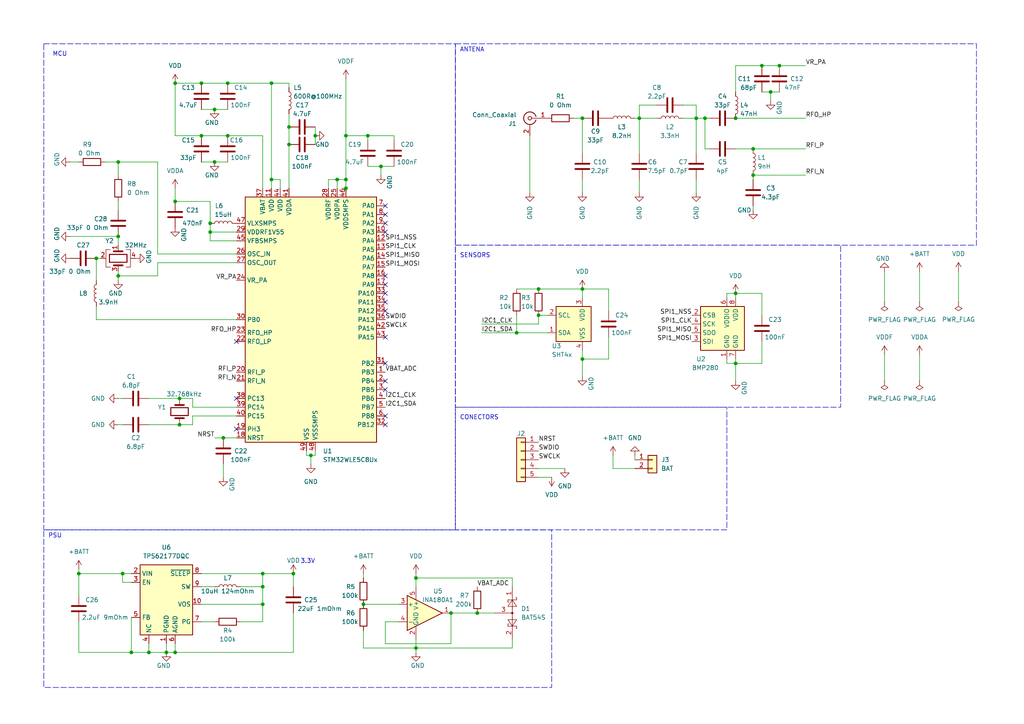
<source format=kicad_sch>
(kicad_sch (version 20230121) (generator eeschema)
  (paper "A4")
  (title_block (title "urządzenie IoT") (date "2023-12-27") (rev "v1.1") (company "Michał Musidlak"))
  (lib_symbols
    (symbol "Amplifier_Current:INA180A1" (pin_names (offset 0.127))
      (property "Reference" "U" (at 3.81 3.81 0))
      (property "Value" "INA180A1" (at 3.81 -2.54 0))
      (symbol "INA180A1_1_1"
        (pin output line (at 7.62 0 180) (length 2.54) (name "~") (number "1"))
        (pin power_in line (at -2.54 -7.62 90) (length 3.81) (name "GND") (number "2"))
        (pin input line (at -7.62 2.54 0) (length 2.54) (name "+") (number "3"))
        (pin input line (at -7.62 -2.54 0) (length 2.54) (name "-") (number "4"))
        (pin power_in line (at -2.54 7.62 270) (length 3.81) (name "V+") (number "5"))
      )
    )
    (symbol "Connector:Conn_Coaxial" (pin_names (offset 1.016) hide)
      (property "Reference" "J" (at 0.254 3.048 0))
      (property "Value" "Conn_Coaxial" (at 2.921 0 90))
      (symbol "Conn_Coaxial_1_1"
        (pin passive line (at -5.08 0 0) (length 2.54) (name "In") (number "1"))
        (pin passive line (at 0 -5.08 90) (length 2.54) (name "Ext") (number "2"))
      )
    )
    (symbol "Connector_Generic:Conn_01x02" (pin_names (offset 1.016) hide)
      (property "Reference" "J" (at 0 2.54 0))
      (property "Value" "Conn_01x02" (at 0 -5.08 0))
      (symbol "Conn_01x02_1_1"
        (pin passive line (at -5.08 0 0) (length 3.81) (name "Pin_1") (number "1"))
        (pin passive line (at -5.08 -2.54 0) (length 3.81) (name "Pin_2") (number "2"))
      )
    )
    (symbol "Connector_Generic:Conn_01x05" (pin_names (offset 1.016) hide)
      (property "Reference" "J" (at 0 7.62 0))
      (property "Value" "Conn_01x05" (at 0 -7.62 0))
      (symbol "Conn_01x05_1_1"
        (pin passive line (at -5.08 5.08 0) (length 3.81) (name "Pin_1") (number "1"))
        (pin passive line (at -5.08 2.54 0) (length 3.81) (name "Pin_2") (number "2"))
        (pin passive line (at -5.08 0 0) (length 3.81) (name "Pin_3") (number "3"))
        (pin passive line (at -5.08 -2.54 0) (length 3.81) (name "Pin_4") (number "4"))
        (pin passive line (at -5.08 -5.08 0) (length 3.81) (name "Pin_5") (number "5"))
      )
    )
    (symbol "Device:C" (pin_numbers hide) (pin_names (offset 0.254))
      (property "Reference" "C" (at 0.635 2.54 0))
      (property "Value" "C" (at 0.635 -2.54 0))
      (symbol "C_1_1"
        (pin passive line (at 0 3.81 270) (length 2.794) (name "~") (number "1"))
        (pin passive line (at 0 -3.81 90) (length 2.794) (name "~") (number "2"))
      )
    )
    (symbol "Device:Crystal" (pin_numbers hide) (pin_names (offset 1.016) hide)
      (property "Reference" "Y" (at 0 3.81 0))
      (property "Value" "Crystal" (at 0 -3.81 0))
      (symbol "Crystal_1_1"
        (pin passive line (at -3.81 0 0) (length 1.27) (name "1") (number "1"))
        (pin passive line (at 3.81 0 180) (length 1.27) (name "2") (number "2"))
      )
    )
    (symbol "Device:Crystal_GND24" (pin_names (offset 1.016) hide)
      (property "Reference" "Y" (at 3.175 5.08 0))
      (property "Value" "Crystal_GND24" (at 3.175 3.175 0))
      (symbol "Crystal_GND24_1_1"
        (pin passive line (at -3.81 0 0) (length 1.27) (name "1") (number "1"))
        (pin passive line (at 0 5.08 270) (length 1.27) (name "2") (number "2"))
        (pin passive line (at 3.81 0 180) (length 1.27) (name "3") (number "3"))
        (pin passive line (at 0 -5.08 90) (length 1.27) (name "4") (number "4"))
      )
    )
    (symbol "Device:L" (pin_numbers hide) (pin_names (offset 1.016) hide)
      (property "Reference" "L" (at -1.27 0 90))
      (property "Value" "L" (at 1.905 0 90))
      (symbol "L_1_1"
        (pin passive line (at 0 3.81 270) (length 1.27) (name "1") (number "1"))
        (pin passive line (at 0 -3.81 90) (length 1.27) (name "2") (number "2"))
      )
    )
    (symbol "Device:R" (pin_numbers hide) (pin_names (offset 0))
      (property "Reference" "R" (at 2.032 0 90))
      (property "Value" "R" (at 0 0 90))
      (symbol "R_1_1"
        (pin passive line (at 0 3.81 270) (length 1.27) (name "~") (number "1"))
        (pin passive line (at 0 -3.81 90) (length 1.27) (name "~") (number "2"))
      )
    )
    (symbol "Diode:BAT54A" (pin_names (offset 1.016))
      (property "Reference" "D" (at 0.635 -3.81 0))
      (property "Value" "BAT54A" (at -6.35 3.175 0))
      (symbol "BAT54A_1_1"
        (pin passive line (at -7.62 0 0) (length 3.81) (name "~") (number "1"))
        (pin passive line (at 7.62 0 180) (length 3.81) (name "~") (number "2"))
        (pin passive line (at 0 -5.08 90) (length 5.08) (name "~") (number "3"))
      )
    )
    (symbol "GND_1" (power) (pin_numbers hide) (pin_names (offset 0) hide)
      (property "Value" "GND_1" (at 0 -3.81 0))
      (symbol "GND_1_1_1"
        (pin power_in line (at 0 0 270) (length 0) hide (name "GND") (number "1"))
      )
    )
    (symbol "GND_2" (power) (pin_numbers hide) (pin_names (offset 0) hide)
      (property "Value" "GND_2" (at 0 -3.81 0))
      (symbol "GND_2_1_1"
        (pin power_in line (at 0 0 270) (length 0) hide (name "GND") (number "1"))
      )
    )
    (symbol "GND_3" (power) (pin_numbers hide) (pin_names (offset 0) hide)
      (property "Value" "GND_3" (at 0 -3.81 0))
      (symbol "GND_3_1_1"
        (pin power_in line (at 0 0 270) (length 0) hide (name "GND") (number "1"))
      )
    )
    (symbol "GND_4" (power) (pin_numbers hide) (pin_names (offset 0) hide)
      (property "Value" "GND_4" (at 0 -3.81 0))
      (symbol "GND_4_1_1"
        (pin power_in line (at 0 0 270) (length 0) hide (name "GND") (number "1"))
      )
    )
    (symbol "GND_5" (power) (pin_numbers hide) (pin_names (offset 0) hide)
      (property "Value" "GND_5" (at 0 -3.81 0))
      (symbol "GND_5_1_1"
        (pin power_in line (at 0 0 270) (length 0) hide (name "GND") (number "1"))
      )
    )
    (symbol "GND_6" (power) (pin_numbers hide) (pin_names (offset 0) hide)
      (property "Value" "GND_6" (at 0 -3.81 0))
      (symbol "GND_6_1_1"
        (pin power_in line (at 0 0 270) (length 0) hide (name "GND") (number "1"))
      )
    )
    (symbol "GND_7" (power) (pin_numbers hide) (pin_names (offset 0) hide)
      (property "Value" "GND_7" (at 0 -3.81 0))
      (symbol "GND_7_1_1"
        (pin power_in line (at 0 0 270) (length 0) hide (name "GND") (number "1"))
      )
    )
    (symbol "GND_8" (power) (pin_numbers hide) (pin_names (offset 0) hide)
      (property "Value" "GND_8" (at 0 -3.81 0))
      (symbol "GND_8_1_1"
        (pin power_in line (at 0 0 270) (length 0) hide (name "GND") (number "1"))
      )
    )
    (symbol "GND_9" (power) (pin_numbers hide) (pin_names (offset 0) hide)
      (property "Value" "GND_9" (at 0 -3.81 0))
      (symbol "GND_9_1_1"
        (pin power_in line (at 0 0 270) (length 0) hide (name "GND") (number "1"))
      )
    )
    (symbol "MCU_ST_STM32WL:STM32WLE5C8Ux"
      (property "Reference" "U1" (at 4.7341 -38.1 0))
      (property "Value" "STM32WLE5C8Ux" (at 4.7341 -40.64 0))
      (symbol "STM32WLE5C8Ux_1_1"
        (pin bidirectional line (at 22.86 -15.24 180) (length 2.54) (name "PB3") (number "1"))
        (pin bidirectional line (at 22.86 25.4 180) (length 2.54) (name "PA3") (number "10"))
        (pin power_in line (at -10.16 38.1 270) (length 2.54) (name "VDD") (number "11"))
        (pin bidirectional line (at 22.86 22.86 180) (length 2.54) (name "PA4") (number "12"))
        (pin bidirectional line (at 22.86 20.32 180) (length 2.54) (name "PA5") (number "13"))
        (pin bidirectional line (at 22.86 17.78 180) (length 2.54) (name "PA6") (number "14"))
        (pin bidirectional line (at 22.86 15.24 180) (length 2.54) (name "PA7") (number "15"))
        (pin bidirectional line (at 22.86 12.7 180) (length 2.54) (name "PA8") (number "16"))
        (pin bidirectional line (at 22.86 10.16 180) (length 2.54) (name "PA9") (number "17"))
        (pin input line (at -20.32 -34.29 0) (length 2.54) (name "NRST") (number "18"))
        (pin bidirectional line (at -20.32 -31.75 0) (length 2.54) (name "PH3") (number "19"))
        (pin bidirectional line (at 22.86 -17.78 180) (length 2.54) (name "PB4") (number "2"))
        (pin bidirectional line (at -20.32 -15.24 0) (length 2.54) (name "RFI_P") (number "20"))
        (pin bidirectional line (at -20.32 -17.78 0) (length 2.54) (name "RFI_N") (number "21"))
        (pin bidirectional line (at -20.32 -6.35 0) (length 2.54) (name "RFO_LP") (number "22"))
        (pin bidirectional line (at -20.32 -3.81 0) (length 2.54) (name "RFO_HP") (number "23"))
        (pin passive line (at -20.32 11.43 0) (length 2.54) (name "VR_PA") (number "24"))
        (pin power_in line (at 8.89 38.1 270) (length 2.54) (name "VDDPA") (number "25"))
        (pin input line (at -20.32 19.05 0) (length 2.54) (name "OSC_IN") (number "26"))
        (pin input line (at -20.32 16.51 0) (length 2.54) (name "OSC_OUT") (number "27"))
        (pin power_in line (at 6.35 38.1 270) (length 2.54) (name "VDDRF") (number "28"))
        (pin power_in line (at -20.32 25.4 0) (length 2.54) (name "VDDRF1V55") (number "29"))
        (pin bidirectional line (at 22.86 -20.32 180) (length 2.54) (name "PB5") (number "3"))
        (pin bidirectional line (at -20.32 0 0) (length 2.54) (name "PB0") (number "30"))
        (pin bidirectional line (at 22.86 -12.7 180) (length 2.54) (name "PB2") (number "31"))
        (pin bidirectional line (at 22.86 -30.48 180) (length 2.54) (name "PB12") (number "32"))
        (pin bidirectional line (at 22.86 7.62 180) (length 2.54) (name "PA10") (number "33"))
        (pin bidirectional line (at 22.86 5.08 180) (length 2.54) (name "PA11") (number "34"))
        (pin bidirectional line (at 22.86 2.54 180) (length 2.54) (name "PA12") (number "35"))
        (pin bidirectional line (at 22.86 0 180) (length 2.54) (name "PA13") (number "36"))
        (pin power_in line (at -12.7 38.1 270) (length 2.54) (name "VBAT") (number "37"))
        (pin bidirectional line (at -20.32 -22.86 0) (length 2.54) (name "PC13") (number "38"))
        (pin bidirectional line (at -20.32 -25.4 0) (length 2.54) (name "PC14") (number "39"))
        (pin bidirectional line (at 22.86 -22.86 180) (length 2.54) (name "PB6") (number "4"))
        (pin bidirectional line (at -20.32 -27.94 0) (length 2.54) (name "PC15") (number "40"))
        (pin passive line (at -5.08 38.1 270) (length 2.54) (name "VDDA") (number "41"))
        (pin bidirectional line (at 22.86 -2.54 180) (length 2.54) (name "PA14") (number "42"))
        (pin bidirectional line (at 22.86 -5.08 180) (length 2.54) (name "PA15") (number "43"))
        (pin power_in line (at -7.62 38.1 270) (length 2.54) (name "VDD") (number "44"))
        (pin input line (at -20.32 22.86 0) (length 2.54) (name "VFBSMPS") (number "45"))
        (pin power_in line (at 11.43 38.1 270) (length 2.54) (name "VDDSMPS") (number "46"))
        (pin passive line (at -20.32 27.94 0) (length 2.54) (name "VLXSMPS") (number "47"))
        (pin power_in line (at 2.54 -38.1 90) (length 2.54) (name "VSSSMPS") (number "48"))
        (pin power_in line (at 0 -38.1 90) (length 2.54) (name "VSS") (number "49"))
        (pin bidirectional line (at 22.86 -25.4 180) (length 2.54) (name "PB7") (number "5"))
        (pin bidirectional line (at 22.86 -27.94 180) (length 2.54) (name "PB8") (number "6"))
        (pin bidirectional line (at 22.86 33.02 180) (length 2.54) (name "PA0") (number "7"))
        (pin bidirectional line (at 22.86 30.48 180) (length 2.54) (name "PA1") (number "8"))
        (pin bidirectional line (at 22.86 27.94 180) (length 2.54) (name "PA2") (number "9"))
      )
    )
    (symbol "Sensor_Humidity:SHT4x"
      (property "Reference" "U" (at 0 8.89 0))
      (property "Value" "SHT4x" (at 0 6.35 0))
      (symbol "SHT4x_1_1"
        (pin bidirectional line (at -7.62 -2.54 0) (length 2.54) (name "SDA") (number "1"))
        (pin input line (at -7.62 2.54 0) (length 2.54) (name "SCL") (number "2"))
        (pin power_in line (at 2.54 7.62 270) (length 2.54) (name "VDD") (number "3"))
        (pin power_in line (at 2.54 -7.62 90) (length 2.54) (name "VSS") (number "4"))
      )
    )
    (symbol "Sensor_Pressure:BMP280"
      (property "Reference" "U2" (at 6.35 2.54 0))
      (property "Value" "BMP280" (at 6.35 0 0))
      (symbol "BMP280_1_1"
        (pin power_in line (at 0 -7.62 90) (length 2.54) (name "GND") (number "1"))
        (pin input line (at -10.16 5.08 0) (length 2.54) (name "CSB") (number "2"))
        (pin bidirectional line (at -10.16 -2.54 0) (length 2.54) (name "SDI") (number "3"))
        (pin input line (at -10.16 2.54 0) (length 2.54) (name "SCK") (number "4"))
        (pin bidirectional line (at -10.16 0 0) (length 2.54) (name "SDO") (number "5"))
        (pin power_in line (at 0 10.16 270) (length 2.54) (name "VDDIO") (number "6"))
        (pin power_in line (at 2.54 -7.62 90) (length 2.54) (name "GND") (number "7"))
        (pin power_in line (at 2.54 10.16 270) (length 2.54) (name "VDD") (number "8"))
      )
    )
    (symbol "TPS62177DQC_1"
      (property "Reference" "U6" (at 0 15.24 0))
      (property "Value" "TPS62177DQC" (at 0 12.7 0))
      (symbol "TPS62177DQC_1_1_1"
        (pin power_in line (at 0 -12.7 90) (length 2.54) (name "PGND") (number "1"))
        (pin input line (at 10.16 -1.27 180) (length 2.54) (name "VOS") (number "10"))
        (pin power_in line (at -10.16 7.62 0) (length 2.54) (name "VIN") (number "2"))
        (pin input line (at -10.16 5.08 0) (length 2.54) (name "EN") (number "3"))
        (pin passive line (at -5.08 -12.7 90) (length 2.54) (name "NC") (number "4"))
        (pin input line (at -10.16 -5.08 0) (length 2.54) (name "FB") (number "5"))
        (pin power_in line (at 2.54 -12.7 90) (length 2.54) (name "AGND") (number "6"))
        (pin output line (at 10.16 -6.35 180) (length 2.54) (name "PG") (number "7"))
        (pin input line (at 10.16 7.62 180) (length 2.54) (name "~{SLEEP}") (number "8"))
        (pin power_out line (at 10.16 3.81 180) (length 2.54) (name "SW") (number "9"))
      )
    )
    (symbol "VDD_1" (power) (pin_numbers hide) (pin_names (offset 0) hide)
      (property "Value" "VDD_1" (at 0 3.81 0))
      (symbol "VDD_1_1_1"
        (pin power_in line (at 0 0 90) (length 0) hide (name "VDD") (number "1"))
      )
    )
    (symbol "VDD_2" (power) (pin_numbers hide) (pin_names (offset 0) hide)
      (property "Value" "VDD_2" (at 0 3.81 0))
      (symbol "VDD_2_1_1"
        (pin power_in line (at 0 0 90) (length 0) hide (name "VDD") (number "1"))
      )
    )
    (symbol "VDD_3" (power) (pin_numbers hide) (pin_names (offset 0) hide)
      (property "Value" "VDD_3" (at 0 3.81 0))
      (symbol "VDD_3_1_1"
        (pin power_in line (at 0 0 90) (length 0) hide (name "VDD") (number "1"))
      )
    )
    (symbol "VDD_4" (power) (pin_numbers hide) (pin_names (offset 0) hide)
      (property "Value" "VDD_4" (at 0 3.81 0))
      (symbol "VDD_4_1_1"
        (pin power_in line (at 0 0 90) (length 0) hide (name "VDD") (number "1"))
      )
    )
    (symbol "power:+BATT" (power) (pin_numbers hide) (pin_names (offset 0) hide)
      (property "Value" "+BATT" (at 0 3.556 0))
      (symbol "+BATT_1_1"
        (pin power_in line (at 0 0 90) (length 0) hide (name "+BATT") (number "1"))
      )
    )
    (symbol "power:GND" (power) (pin_numbers hide) (pin_names (offset 0) hide)
      (property "Value" "GND" (at 0 -3.81 0))
      (symbol "GND_1_1"
        (pin power_in line (at 0 0 270) (length 0) hide (name "GND") (number "1"))
      )
    )
    (symbol "power:PWR_FLAG" (power) (pin_numbers hide) (pin_names (offset 0) hide)
      (property "Value" "PWR_FLAG" (at 0 3.81 0))
      (symbol "PWR_FLAG_0_0"
        (pin power_out line (at 0 0 90) (length 0) (name "pwr") (number "1"))
      )
    )
    (symbol "power:VDD" (power) (pin_numbers hide) (pin_names (offset 0) hide)
      (property "Value" "VDD" (at 0 3.81 0))
      (symbol "VDD_1_1"
        (pin power_in line (at 0 0 90) (length 0) hide (name "VDD") (number "1"))
      )
    )
    (symbol "power:VDDA" (power) (pin_numbers hide) (pin_names (offset 0) hide)
      (property "Value" "VDDA" (at 0 3.81 0))
      (symbol "VDDA_1_1"
        (pin power_in line (at 0 0 90) (length 0) hide (name "VDDA") (number "1"))
      )
    )
    (symbol "power:VDDF" (power) (pin_numbers hide) (pin_names (offset 0) hide)
      (property "Value" "VDDF" (at 0 3.81 0))
      (symbol "VDDF_1_1"
        (pin power_in line (at 0 0 90) (length 0) hide (name "VDDF") (number "1"))
      )
    )
  )
  (junction (at 50.8 24.13))
  (junction (at 106.68 39.37))
  (junction (at 156.21 91.44))
  (junction (at 60.96 64.77))
  (junction (at 34.29 80.01))
  (junction (at 156.21 83.82))
  (junction (at 52.07 115.57))
  (junction (at 62.23 46.99))
  (junction (at 100.33 39.37))
  (junction (at 22.86 166.37))
  (junction (at 38.1 189.23))
  (junction (at 48.26 189.23))
  (junction (at 35.56 166.37))
  (junction (at 76.2 175.26))
  (junction (at 76.2 166.37))
  (junction (at 78.74 24.13))
  (junction (at 78.74 52.07))
  (junction (at 52.07 123.19))
  (junction (at 66.04 24.13))
  (junction (at 58.42 39.37))
  (junction (at 100.33 52.07))
  (junction (at 58.42 24.13))
  (junction (at 43.18 189.23))
  (junction (at 220.98 19.05))
  (junction (at 218.44 50.8))
  (junction (at 138.43 177.8))
  (junction (at 83.82 36.83))
  (junction (at 110.49 48.26))
  (junction (at 34.29 68.58))
  (junction (at 34.29 46.99))
  (junction (at 120.65 167.64))
  (junction (at 218.44 43.18))
  (junction (at 105.41 175.26))
  (junction (at 91.44 39.37))
  (junction (at 223.52 26.67))
  (junction (at 185.42 34.29))
  (junction (at 76.2 170.18))
  (junction (at 90.17 132.08))
  (junction (at 168.91 34.29))
  (junction (at 226.06 19.05))
  (junction (at 201.93 34.29))
  (junction (at 60.96 67.31))
  (junction (at 27.94 74.93))
  (junction (at 97.79 52.07))
  (junction (at 130.81 177.8))
  (junction (at 213.36 34.29))
  (junction (at 149.86 96.52))
  (junction (at 50.8 58.42))
  (junction (at 50.8 189.23))
  (junction (at 168.91 83.82))
  (junction (at 62.23 31.75))
  (junction (at 64.77 127))
  (junction (at 83.82 41.91))
  (junction (at 120.65 187.96))
  (junction (at 85.09 166.37))
  (junction (at 168.91 104.14))
  (junction (at 204.47 34.29))
  (junction (at 213.36 85.09))
  (junction (at 100.33 54.61))
  (junction (at 66.04 39.37))
  (junction (at 213.36 105.41))
  (no_connect (at 111.76 87.63))
  (no_connect (at 111.76 110.49))
  (no_connect (at 68.58 115.57))
  (no_connect (at 111.76 90.17))
  (no_connect (at 68.58 124.46))
  (no_connect (at 111.76 64.77))
  (no_connect (at 111.76 80.01))
  (no_connect (at 111.76 105.41))
  (no_connect (at 111.76 120.65))
  (no_connect (at 111.76 82.55))
  (no_connect (at 111.76 62.23))
  (no_connect (at 111.76 97.79))
  (no_connect (at 111.76 123.19))
  (no_connect (at 111.76 113.03))
  (no_connect (at 111.76 59.69))
  (no_connect (at 68.58 99.06))
  (no_connect (at 111.76 67.31))
  (no_connect (at 111.76 85.09))
  (wire (pts (xy 85.09 170.18) (xy 85.09 166.37)))
  (wire (pts (xy 90.17 132.08) (xy 88.9 132.08)))
  (wire (pts (xy 256.54 78.7908) (xy 256.54 87.63)))
  (wire (pts (xy 85.09 177.8) (xy 85.09 189.23)))
  (wire (pts (xy 149.86 83.82) (xy 156.21 83.82)))
  (wire (pts (xy 76.2 166.37) (xy 76.2 170.18)))
  (wire (pts (xy 58.42 180.34) (xy 62.23 180.34)))
  (wire (pts (xy 76.2 175.26) (xy 76.2 180.34)))
  (wire (pts (xy 100.33 54.61) (xy 99.06 54.61)))
  (wire (pts (xy 105.41 187.96) (xy 120.65 187.96)))
  (wire (pts (xy 266.7 78.74) (xy 266.7 87.63)))
  (wire (pts (xy 34.29 123.19) (xy 35.56 123.19)))
  (wire (pts (xy 58.42 39.37) (xy 66.04 39.37)))
  (wire (pts (xy 55.88 118.11) (xy 68.58 118.11)))
  (wire (pts (xy 55.88 120.65) (xy 68.58 120.65)))
  (wire (pts (xy 148.59 167.64) (xy 148.59 170.18)))
  (wire (pts (xy 55.88 115.57) (xy 55.88 118.11)))
  (wire (pts (xy 223.52 26.67) (xy 223.52 29.21)))
  (wire (pts (xy 111.76 186.69) (xy 130.81 186.69)))
  (wire (pts (xy 201.93 55.88) (xy 201.93 52.07)))
  (wire (pts (xy 218.44 50.8) (xy 233.68 50.8)))
  (wire (pts (xy 120.65 167.64) (xy 148.59 167.64)))
  (wire (pts (xy 153.67 39.37) (xy 153.67 55.88)))
  (wire (pts (xy 138.43 177.8) (xy 143.51 177.8)))
  (wire (pts (xy 78.74 24.13) (xy 83.82 24.13)))
  (wire (pts (xy 45.72 76.2) (xy 68.58 76.2)))
  (wire (pts (xy 156.21 83.82) (xy 168.91 83.82)))
  (wire (pts (xy 78.74 24.13) (xy 78.74 52.07)))
  (wire (pts (xy 115.57 180.34) (xy 111.76 180.34)))
  (wire (pts (xy 168.91 104.14) (xy 168.91 109.22)))
  (wire (pts (xy 213.36 19.05) (xy 213.36 26.67)))
  (wire (pts (xy 35.56 166.37) (xy 38.1 166.37)))
  (wire (pts (xy 97.79 52.07) (xy 100.33 52.07)))
  (wire (pts (xy 27.94 81.28) (xy 27.94 74.93)))
  (wire (pts (xy 34.29 80.01) (xy 34.29 81.28)))
  (wire (pts (xy 220.98 85.09) (xy 213.36 85.09)))
  (wire (pts (xy 69.85 180.34) (xy 76.2 180.34)))
  (wire (pts (xy 210.82 85.09) (xy 210.82 86.36)))
  (wire (pts (xy 168.91 55.88) (xy 168.91 52.07)))
  (wire (pts (xy 76.2 166.37) (xy 85.09 166.37)))
  (wire (pts (xy 110.49 48.26) (xy 110.49 50.8)))
  (wire (pts (xy 62.23 31.75) (xy 66.04 31.75)))
  (wire (pts (xy 198.12 34.29) (xy 201.93 34.29)))
  (wire (pts (xy 198.12 30.48) (xy 201.93 30.48)))
  (wire (pts (xy 68.58 69.85) (xy 60.96 69.85)))
  (wire (pts (xy 148.59 185.42) (xy 148.59 187.96)))
  (wire (pts (xy 220.98 105.41) (xy 213.36 105.41)))
  (wire (pts (xy 105.41 166.37) (xy 105.41 167.64)))
  (wire (pts (xy 95.25 52.07) (xy 95.25 54.61)))
  (wire (pts (xy 278.003 78.6892) (xy 278.003 87.5792)))
  (wire (pts (xy 220.98 19.05) (xy 226.06 19.05)))
  (wire (pts (xy 148.59 187.96) (xy 120.65 187.96)))
  (wire (pts (xy 218.44 50.8) (xy 218.44 52.07)))
  (wire (pts (xy 43.18 115.57) (xy 52.07 115.57)))
  (wire (pts (xy 50.8 54.61) (xy 50.8 58.42)))
  (wire (pts (xy 78.74 52.07) (xy 81.28 52.07)))
  (wire (pts (xy 120.65 187.96) (xy 120.65 185.42)))
  (wire (pts (xy 43.18 189.23) (xy 48.26 189.23)))
  (wire (pts (xy 201.93 34.29) (xy 201.93 44.45)))
  (wire (pts (xy 43.18 123.19) (xy 52.07 123.19)))
  (wire (pts (xy 58.42 31.75) (xy 62.23 31.75)))
  (wire (pts (xy 34.29 58.42) (xy 34.29 60.96)))
  (wire (pts (xy 38.1 168.91) (xy 35.56 168.91)))
  (wire (pts (xy 38.1 179.07) (xy 38.1 189.23)))
  (wire (pts (xy 166.37 34.29) (xy 168.91 34.29)))
  (wire (pts (xy 213.36 105.41) (xy 213.36 110.49)))
  (wire (pts (xy 177.8 132.08) (xy 177.8 135.89)))
  (wire (pts (xy 218.44 60.96) (xy 218.44 59.69)))
  (wire (pts (xy 91.44 36.83) (xy 91.44 39.37)))
  (wire (pts (xy 100.33 52.07) (xy 100.33 54.61)))
  (wire (pts (xy 50.8 186.69) (xy 50.8 189.23)))
  (wire (pts (xy 58.42 166.37) (xy 76.2 166.37)))
  (wire (pts (xy 213.36 104.14) (xy 213.36 105.41)))
  (wire (pts (xy 185.42 34.29) (xy 185.42 44.45)))
  (wire (pts (xy 149.86 96.52) (xy 158.75 96.52)))
  (wire (pts (xy 91.44 132.08) (xy 90.17 132.08)))
  (wire (pts (xy 220.98 91.44) (xy 220.98 85.09)))
  (wire (pts (xy 218.44 43.18) (xy 233.68 43.18)))
  (wire (pts (xy 110.49 48.26) (xy 114.3 48.26)))
  (wire (pts (xy 201.93 34.29) (xy 204.47 34.29)))
  (wire (pts (xy 30.48 46.99) (xy 34.29 46.99)))
  (wire (pts (xy 83.82 25.4) (xy 83.82 24.13)))
  (wire (pts (xy 58.42 175.26) (xy 76.2 175.26)))
  (wire (pts (xy 48.26 189.23) (xy 50.8 189.23)))
  (wire (pts (xy 68.58 92.71) (xy 27.94 92.71)))
  (wire (pts (xy 210.82 105.41) (xy 213.36 105.41)))
  (wire (pts (xy 78.74 54.61) (xy 78.74 52.07)))
  (wire (pts (xy 76.2 170.18) (xy 76.2 175.26)))
  (wire (pts (xy 106.68 39.37) (xy 114.3 39.37)))
  (wire (pts (xy 220.98 99.06) (xy 220.98 105.41)))
  (wire (pts (xy 266.7 102.87) (xy 266.7 110.49)))
  (wire (pts (xy 190.5 30.48) (xy 185.42 30.48)))
  (wire (pts (xy 105.41 175.26) (xy 115.57 175.26)))
  (wire (pts (xy 45.72 73.66) (xy 68.58 73.66)))
  (wire (pts (xy 22.86 166.37) (xy 35.56 166.37)))
  (wire (pts (xy 210.82 85.09) (xy 213.36 85.09)))
  (wire (pts (xy 177.8 135.89) (xy 184.15 135.89)))
  (wire (pts (xy 120.65 166.37) (xy 120.65 167.64)))
  (wire (pts (xy 185.42 30.48) (xy 185.42 34.29)))
  (wire (pts (xy 210.82 105.41) (xy 210.82 104.14)))
  (wire (pts (xy 60.96 69.85) (xy 60.96 67.31)))
  (wire (pts (xy 35.56 168.91) (xy 35.56 166.37)))
  (wire (pts (xy 62.23 127) (xy 64.77 127)))
  (wire (pts (xy 256.54 102.87) (xy 256.54 110.49)))
  (wire (pts (xy 156.21 135.89) (xy 163.83 135.89)))
  (wire (pts (xy 176.53 97.79) (xy 176.53 104.14)))
  (wire (pts (xy 22.86 189.23) (xy 38.1 189.23)))
  (wire (pts (xy 205.74 34.29) (xy 204.47 34.29)))
  (wire (pts (xy 120.65 167.64) (xy 120.65 170.18)))
  (wire (pts (xy 97.79 52.07) (xy 97.79 54.61)))
  (wire (pts (xy 233.68 34.29) (xy 213.36 34.29)))
  (wire (pts (xy 213.36 19.05) (xy 220.98 19.05)))
  (wire (pts (xy 156.21 93.98) (xy 156.21 91.44)))
  (wire (pts (xy 83.82 36.83) (xy 83.82 41.91)))
  (wire (pts (xy 52.07 115.57) (xy 55.88 115.57)))
  (wire (pts (xy 66.04 24.13) (xy 78.74 24.13)))
  (wire (pts (xy 45.72 76.2) (xy 45.72 80.01)))
  (wire (pts (xy 204.47 34.29) (xy 204.47 43.18)))
  (wire (pts (xy 45.72 46.99) (xy 34.29 46.99)))
  (wire (pts (xy 64.77 127) (xy 68.58 127)))
  (wire (pts (xy 66.04 39.37) (xy 76.2 39.37)))
  (wire (pts (xy 58.42 24.13) (xy 66.04 24.13)))
  (wire (pts (xy 213.36 43.18) (xy 218.44 43.18)))
  (wire (pts (xy 149.86 91.44) (xy 149.86 96.52)))
  (wire (pts (xy 64.77 134.62) (xy 64.77 138.43)))
  (wire (pts (xy 91.44 130.81) (xy 91.44 132.08)))
  (wire (pts (xy 204.47 43.18) (xy 205.74 43.18)))
  (wire (pts (xy 168.91 104.14) (xy 176.53 104.14)))
  (wire (pts (xy 130.81 177.8) (xy 138.43 177.8)))
  (wire (pts (xy 50.8 24.13) (xy 58.42 24.13)))
  (wire (pts (xy 201.93 30.48) (xy 201.93 34.29)))
  (wire (pts (xy 106.68 39.37) (xy 106.68 40.64)))
  (wire (pts (xy 58.42 39.37) (xy 50.8 39.37)))
  (wire (pts (xy 105.41 182.88) (xy 105.41 187.96)))
  (wire (pts (xy 60.96 67.31) (xy 68.58 67.31)))
  (wire (pts (xy 55.88 120.65) (xy 55.88 123.19)))
  (wire (pts (xy 160.02 138.43) (xy 156.21 138.43)))
  (wire (pts (xy 22.86 165.1) (xy 22.86 166.37)))
  (wire (pts (xy 168.91 101.6) (xy 168.91 104.14)))
  (wire (pts (xy 139.7 93.98) (xy 156.21 93.98)))
  (wire (pts (xy 120.65 189.23) (xy 120.65 187.96)))
  (wire (pts (xy 100.33 39.37) (xy 106.68 39.37)))
  (wire (pts (xy 69.85 170.18) (xy 76.2 170.18)))
  (wire (pts (xy 50.8 189.23) (xy 85.09 189.23)))
  (wire (pts (xy 27.94 92.71) (xy 27.94 88.9)))
  (wire (pts (xy 27.94 74.93) (xy 29.21 74.93)))
  (wire (pts (xy 90.17 132.08) (xy 90.17 134.62)))
  (wire (pts (xy 20.32 68.58) (xy 34.29 68.58)))
  (wire (pts (xy 34.29 80.01) (xy 34.29 78.74)))
  (wire (pts (xy 114.3 39.37) (xy 114.3 40.64)))
  (wire (pts (xy 233.68 19.05) (xy 226.06 19.05)))
  (wire (pts (xy 83.82 41.91) (xy 83.82 54.61)))
  (wire (pts (xy 100.33 22.86) (xy 100.33 39.37)))
  (wire (pts (xy 139.7 96.52) (xy 149.86 96.52)))
  (wire (pts (xy 52.07 123.19) (xy 55.88 123.19)))
  (wire (pts (xy 83.82 36.83) (xy 83.82 33.02)))
  (wire (pts (xy 58.42 46.99) (xy 62.23 46.99)))
  (wire (pts (xy 168.91 83.82) (xy 176.53 83.82)))
  (wire (pts (xy 185.42 34.29) (xy 190.5 34.29)))
  (wire (pts (xy 168.91 83.82) (xy 168.91 86.36)))
  (wire (pts (xy 168.91 34.29) (xy 168.91 44.45)))
  (wire (pts (xy 176.53 90.17) (xy 176.53 83.82)))
  (wire (pts (xy 48.26 186.69) (xy 48.26 189.23)))
  (wire (pts (xy 45.72 80.01) (xy 34.29 80.01)))
  (wire (pts (xy 158.75 91.44) (xy 156.21 91.44)))
  (wire (pts (xy 50.8 39.37) (xy 50.8 24.13)))
  (wire (pts (xy 58.42 170.18) (xy 62.23 170.18)))
  (wire (pts (xy 76.2 54.61) (xy 76.2 39.37)))
  (wire (pts (xy 22.86 180.34) (xy 22.86 189.23)))
  (wire (pts (xy 220.98 26.67) (xy 223.52 26.67)))
  (wire (pts (xy 100.33 39.37) (xy 100.33 52.07)))
  (wire (pts (xy 91.44 39.37) (xy 91.44 41.91)))
  (wire (pts (xy 62.23 46.99) (xy 66.04 46.99)))
  (wire (pts (xy 88.9 130.81) (xy 88.9 132.08)))
  (wire (pts (xy 184.15 34.29) (xy 185.42 34.29)))
  (wire (pts (xy 43.18 186.69) (xy 43.18 189.23)))
  (wire (pts (xy 60.96 58.42) (xy 60.96 64.77)))
  (wire (pts (xy 184.15 132.08) (xy 184.15 133.35)))
  (wire (pts (xy 95.25 52.07) (xy 97.79 52.07)))
  (wire (pts (xy 20.32 46.99) (xy 22.86 46.99)))
  (wire (pts (xy 34.29 115.57) (xy 35.56 115.57)))
  (wire (pts (xy 185.42 55.88) (xy 185.42 52.07)))
  (wire (pts (xy 106.68 48.26) (xy 110.49 48.26)))
  (wire (pts (xy 130.81 186.69) (xy 130.81 177.8)))
  (wire (pts (xy 34.29 68.58) (xy 34.29 71.12)))
  (wire (pts (xy 50.8 58.42) (xy 60.96 58.42)))
  (wire (pts (xy 60.96 64.77) (xy 60.96 67.31)))
  (wire (pts (xy 45.72 73.66) (xy 45.72 46.99)))
  (wire (pts (xy 111.76 180.34) (xy 111.76 186.69)))
  (wire (pts (xy 223.52 26.67) (xy 226.06 26.67)))
  (wire (pts (xy 43.18 189.23) (xy 38.1 189.23)))
  (wire (pts (xy 213.36 85.09) (xy 213.36 86.36)))
  (wire (pts (xy 81.28 54.61) (xy 81.28 52.07)))
  (wire (pts (xy 22.86 166.37) (xy 22.86 172.72)))
  (wire (pts (xy 34.29 46.99) (xy 34.29 50.8)))
  (rectangle (start 12.7 12.7) (end 132.08 153.67) (stroke (width 0) (type dash)))
  (rectangle (start 132.08 118.11) (end 210.82 153.67) (stroke (width 0) (type dash)))
  (rectangle (start 132.08 71.12) (end 243.84 118.11) (stroke (width 0) (type dash)))
  (rectangle (start 276.86 71.12) (end 276.86 71.12))
  (rectangle (start 12.7 153.67) (end 160.02 199.39) (stroke (width 0) (type dash)))
  (rectangle (start 132.08 12.7) (end 283.21 71.12) (stroke (width 0) (type dash)))
  (text "3.3V" (at 87.122 163.6014 0) (effects (font (size 1.27 1.27)) (justify left bottom)))
  (text "PSU" (at 13.97 156.21 0) (effects (font (size 1.27 1.27)) (justify left bottom)))
  (text "ANTENA" (at 133.35 15.24 0) (effects (font (size 1.27 1.27)) (justify left bottom)))
  (text "SENSORS" (at 133.35 74.93 0) (effects (font (size 1.27 1.27)) (justify left bottom)))
  (text "CONECTORS" (at 133.35 121.92 0) (effects (font (size 1.27 1.27)) (justify left bottom)))
  (text "MCU" (at 15.24 16.51 0) (effects (font (size 1.27 1.27)) (justify left bottom)))
  (label "NRST" (at 62.23 127 180))
  (label "I2C1_SDA" (at 111.76 118.11 0))
  (label "RFI_P" (at 68.58 107.95 180))
  (label "VBAT_ADC" (at 138.43 170.18 0))
  (label "VR_PA" (at 233.68 19.05 0))
  (label "SWDIO" (at 111.76 92.71 0))
  (label "I2C1_CLK" (at 111.76 115.57 0))
  (label "NRST" (at 156.21 128.27 0))
  (label "RFO_HP" (at 233.68 34.29 0))
  (label "RFI_N" (at 233.68 50.8 0))
  (label "VR_PA" (at 68.58 81.28 180))
  (label "SWCLK" (at 156.21 133.35 0))
  (label "SPI1_MOSI" (at 200.66 99.06 180))
  (label "I2C1_CLK" (at 139.7 93.98 0))
  (label "RFO_HP" (at 68.58 96.52 180))
  (label "VBAT_ADC" (at 111.76 107.95 0))
  (label "RFI_P" (at 233.68 43.18 0))
  (label "SPI1_MISO" (at 200.66 96.52 180))
  (label "SPI1_CLK" (at 111.76 72.39 0))
  (label "SWDIO" (at 156.21 130.81 0))
  (label "SWCLK" (at 111.76 95.25 0))
  (label "SPI1_MOSI" (at 111.76 77.47 0))
  (label "SPI1_NSS" (at 200.66 91.44 180))
  (label "RFI_N" (at 68.58 110.49 180))
  (label "SPI1_NSS" (at 111.76 69.85 0))
  (label "I2C1_SDA" (at 139.7 96.52 0))
  (label "SPI1_CLK" (at 200.66 93.98 180))
  (label "SPI1_MISO" (at 111.76 74.93 0))
  (symbol (lib_id "Device:Crystal_GND24") (at 34.29 74.93 90) (mirror x) (unit 1)
    (property "Reference" "Y2" (at 31.75 69.85 90))
    (property "Value" "32MHz" (at 39.37 71.12 90))
    (property "Footprint" "Crystal:Crystal_SMD_2016-4Pin_2.0x1.6mm" (effects hide))
  )
  (symbol (lib_id "MCU_ST_STM32WL:STM32WLE5C8Ux") (at 88.9 92.71 0) (unit 1)
    (property "Reference" "U1" (at 93.6341 130.81 0) (effects (justify left)))
    (property "Value" "STM32WLE5C8Ux" (at 93.6341 133.35 0) (effects (justify left)))
    (property "Footprint" "Package_DFN_QFN:QFN-48-1EP_7x7mm_P0.5mm_EP5.6x5.6mm" (effects hide))
    (property "Datasheet" "https://www.st.com/resource/en/datasheet/stm32wle5c8.pdf" (effects hide))
  )
  (symbol (lib_id "Device:L") (at 180.34 34.29 90) (unit 1)
    (property "Reference" "L3" (at 180.34 36.83 90))
    (property "Value" "8.2nH" (at 180.34 39.37 90))
    (property "Footprint" "Inductor_SMD:L_0805_2012Metric_Pad1.15x1.40mm_HandSolder" (effects hide))
  )
  (symbol (lib_id "Device:R") (at 156.21 87.63 180) (unit 1)
    (property "Reference" "R3" (at 151.13 86.36 0) (effects (justify right)))
    (property "Value" "10k" (at 151.13 88.9 0) (effects (justify right)))
    (property "Footprint" "Resistor_SMD:R_0603_1608Metric_Pad0.98x0.95mm_HandSolder" (effects hide))
  )
  (symbol (lib_id "Device:C") (at 220.98 95.25 0) (unit 1)
    (property "Reference" "C23" (at 224.79 92.71 0))
    (property "Value" "100nF" (at 224.79 97.79 0))
    (property "Footprint" "Capacitor_SMD:C_0603_1608Metric_Pad1.08x0.95mm_HandSolder" (effects hide))
  )
  (symbol (lib_id "Device:R") (at 34.29 54.61 180) (unit 1)
    (property "Reference" "R8" (at 36.83 53.34 0) (effects (justify right)))
    (property "Value" "0 Ohm" (at 36.83 55.88 0) (effects (justify right)))
    (property "Footprint" "Resistor_SMD:R_0603_1608Metric_Pad0.98x0.95mm_HandSolder" (effects hide))
  )
  (symbol (lib_id "Sensor_Pressure:BMP280") (at 210.82 96.52 0) (unit 1)
    (property "Reference" "U2" (at 201.93 104.14 0) (effects (justify left)))
    (property "Value" "BMP280" (at 200.66 106.68 0) (effects (justify left)))
    (property "Footprint" "Package_LGA:Bosch_LGA-8_2x2.5mm_P0.65mm_ClockwisePinNumbering" (effects hide))
    (property "Datasheet" "https://ae-bst.resource.bosch.com/media/_tech/media/datasheets/BST-BMP280-DS001.pdf" (effects hide))
  )
  (symbol (lib_id "Connector_Generic:Conn_01x02") (at 189.23 133.35 0) (unit 1)
    (property "Reference" "J3" (at 191.77 133.35 0) (effects (justify left)))
    (property "Value" "BAT" (at 191.77 135.89 0) (effects (justify left)))
    (property "Footprint" "TerminalBlock_TE-Connectivity:TerminalBlock_TE_282834-2_1x02_P2.54mm_Horizontal" (effects hide))
  )
  (symbol (lib_id "power:VDD") (at 213.36 85.09 0) (unit 1)
    (property "Reference" "#PWR019" (effects hide))
    (property "Value" "VDD" (at 213.36 80.01 0))
  )
  (symbol (lib_id "Device:C") (at 64.77 130.81 0) (unit 1)
    (property "Reference" "C22" (at 69.85 130.81 0))
    (property "Value" "100nF" (at 69.85 133.35 0))
    (property "Footprint" "Capacitor_SMD:C_0603_1608Metric_Pad1.08x0.95mm_HandSolder" (effects hide))
  )
  (symbol (lib_name "GND_1") (lib_id "power:GND") (at 62.23 31.75 0) (unit 1)
    (property "Reference" "#PWR011" (effects hide))
    (property "Value" "GND" (at 63.5 35.56 0) (effects (justify right)))
  )
  (symbol (lib_id "Device:C") (at 106.68 44.45 0) (unit 1)
    (property "Reference" "C19" (at 102.87 41.91 0))
    (property "Value" "4.7uF" (at 102.87 46.99 0))
    (property "Footprint" "Capacitor_SMD:C_0603_1608Metric_Pad1.08x0.95mm_HandSolder" (effects hide))
  )
  (symbol (lib_name "GND_4") (lib_id "power:GND") (at 218.44 60.96 0) (unit 1)
    (property "Reference" "#PWR03" (effects hide))
    (property "Value" "GND" (at 215.9 60.96 0))
  )
  (symbol (lib_name "VDD_3") (lib_id "power:VDD") (at 160.02 138.43 180) (unit 1)
    (property "Reference" "#PWR027" (effects hide))
    (property "Value" "VDD" (at 160.02 143.51 0))
  )
  (symbol (lib_name "VDD_2") (lib_id "power:VDD") (at 50.8 24.13 0) (unit 1)
    (property "Reference" "#PWR043" (effects hide))
    (property "Value" "VDD" (at 50.8 19.05 0))
  )
  (symbol (lib_id "Device:C") (at 87.63 41.91 90) (mirror x) (unit 1)
    (property "Reference" "C18" (at 87.63 45.72 90))
    (property "Value" "100nF" (at 87.63 48.26 90))
    (property "Footprint" "Capacitor_SMD:C_0603_1608Metric_Pad1.08x0.95mm_HandSolder" (effects hide))
  )
  (symbol (lib_id "Device:L") (at 194.31 34.29 90) (unit 1)
    (property "Reference" "L2" (at 194.31 36.83 90))
    (property "Value" "3.3nH" (at 194.31 39.37 90))
    (property "Footprint" "Inductor_SMD:L_0402_1005Metric_Pad0.77x0.64mm_HandSolder" (effects hide))
  )
  (symbol (lib_id "power:VDDF") (at 256.54 102.87 0) (unit 1)
    (property "Reference" "#PWR040" (effects hide))
    (property "Value" "VDDF" (at 256.54 97.79 0))
  )
  (symbol (lib_name "GND_4") (lib_id "power:GND") (at 90.17 134.62 0) (unit 1)
    (property "Reference" "#PWR09" (effects hide))
    (property "Value" "GND" (at 90.17 139.7 0))
  )
  (symbol (lib_id "Device:R") (at 26.67 46.99 270) (unit 1)
    (property "Reference" "R9" (at 26.67 41.91 90) (effects (justify right)))
    (property "Value" "0 Ohm" (at 29.21 44.45 90) (effects (justify right)))
    (property "Footprint" "Resistor_SMD:R_0603_1608Metric_Pad0.98x0.95mm_HandSolder" (effects hide))
  )
  (symbol (lib_id "Device:C") (at 85.09 173.99 0) (unit 1)
    (property "Reference" "C25" (at 90.17 173.99 0))
    (property "Value" "22uF 1mOhm" (at 92.71 176.53 0))
    (property "Footprint" "Capacitor_SMD:C_0603_1608Metric_Pad1.08x0.95mm_HandSolder" (effects hide))
  )
  (symbol (lib_id "Device:C") (at 220.98 22.86 0) (unit 1)
    (property "Reference" "C11" (at 215.9 22.86 0))
    (property "Value" "68pF" (at 217.17 25.4 0))
    (property "Footprint" "Capacitor_SMD:C_0603_1608Metric_Pad1.08x0.95mm_HandSolder" (effects hide))
  )
  (symbol (lib_id "Device:C") (at 172.72 34.29 270) (unit 1)
    (property "Reference" "C9" (at 172.72 38.1 90))
    (property "Value" "33pF" (at 172.72 40.64 90))
    (property "Footprint" "Capacitor_SMD:C_0603_1608Metric_Pad1.08x0.95mm_HandSolder" (effects hide))
  )
  (symbol (lib_name "GND_1") (lib_id "power:GND") (at 48.26 189.23 0) (unit 1)
    (property "Reference" "#PWR023" (effects hide))
    (property "Value" "GND" (at 49.53 193.04 0) (effects (justify right)))
  )
  (symbol (lib_name "GND_1") (lib_id "power:GND") (at 168.91 109.22 0) (unit 1)
    (property "Reference" "#PWR022" (effects hide))
    (property "Value" "GND" (at 171.45 109.22 90) (effects (justify right)))
  )
  (symbol (lib_id "power:+BATT") (at 22.86 165.1 0) (unit 1)
    (property "Reference" "#PWR025" (effects hide))
    (property "Value" "+BATT" (at 22.86 160.02 0))
  )
  (symbol (lib_id "Device:C") (at 209.55 43.18 270) (unit 1)
    (property "Reference" "C5" (at 209.55 46.99 90))
    (property "Value" "4pF" (at 209.55 49.53 90))
    (property "Footprint" "Capacitor_SMD:C_0603_1608Metric_Pad1.08x0.95mm_HandSolder" (effects hide))
  )
  (symbol (lib_name "GND_7") (lib_id "power:GND") (at 20.32 46.99 270) (unit 1)
    (property "Reference" "#PWR036" (effects hide))
    (property "Value" "GND" (at 16.51 48.26 0) (effects (justify right)))
  )
  (symbol (lib_id "Device:C") (at 50.8 62.23 180) (unit 1)
    (property "Reference" "C21" (at 55.88 60.96 0))
    (property "Value" "470nF" (at 55.88 64.77 0))
    (property "Footprint" "Capacitor_SMD:C_0603_1608Metric_Pad1.08x0.95mm_HandSolder" (effects hide))
  )
  (symbol (lib_name "GND_1") (lib_id "power:GND") (at 213.36 110.49 0) (unit 1)
    (property "Reference" "#PWR020" (effects hide))
    (property "Value" "GND" (at 215.9 110.49 90) (effects (justify right)))
  )
  (symbol (lib_id "Device:C") (at 24.13 74.93 90) (unit 1)
    (property "Reference" "C27" (at 24.13 71.12 90))
    (property "Value" "33pF 0 Ohm" (at 20.32 78.74 90))
    (property "Footprint" "Capacitor_SMD:C_0603_1608Metric_Pad1.08x0.95mm_HandSolder" (effects hide))
  )
  (symbol (lib_id "power:GND") (at 34.29 115.57 270) (unit 1)
    (property "Reference" "#PWR01" (effects hide))
    (property "Value" "GND" (at 30.48 115.57 90) (effects (justify right)))
  )
  (symbol (lib_id "power:VDD") (at 278.003 78.6892 0) (unit 1)
    (property "Reference" "#PWR021" (effects hide))
    (property "Value" "VDD" (at 278.003 73.6092 0))
  )
  (symbol (lib_name "GND_7") (lib_id "power:GND") (at 34.29 81.28 0) (unit 1)
    (property "Reference" "#PWR035" (effects hide))
    (property "Value" "GND" (at 35.56 85.09 0) (effects (justify right)))
  )
  (symbol (lib_id "Device:R") (at 138.43 173.99 180) (unit 1)
    (property "Reference" "R7" (at 133.35 172.72 0) (effects (justify right)))
    (property "Value" "200k" (at 132.08 175.26 0) (effects (justify right)))
    (property "Footprint" "Resistor_SMD:R_0603_1608Metric_Pad0.98x0.95mm_HandSolder" (effects hide))
  )
  (symbol (lib_id "Device:C") (at 226.06 22.86 0) (unit 1)
    (property "Reference" "C12" (at 231.14 22.86 0))
    (property "Value" "47nF" (at 229.87 25.4 0))
    (property "Footprint" "Capacitor_SMD:C_0603_1608Metric_Pad1.08x0.95mm_HandSolder" (effects hide))
  )
  (symbol (lib_name "GND_7") (lib_id "power:GND") (at 20.32 74.93 270) (unit 1)
    (property "Reference" "#PWR034" (effects hide))
    (property "Value" "GND" (at 16.51 76.2 0) (effects (justify right)))
  )
  (symbol (lib_id "Device:C") (at 58.42 27.94 0) (unit 1)
    (property "Reference" "C13" (at 54.61 25.4 0))
    (property "Value" "4.7uF" (at 54.61 30.48 0))
    (property "Footprint" "Capacitor_SMD:C_0603_1608Metric_Pad1.08x0.95mm_HandSolder" (effects hide))
  )
  (symbol (lib_id "Device:C") (at 194.31 30.48 270) (unit 1)
    (property "Reference" "C8" (at 190.5 25.4 90))
    (property "Value" "2.2pF" (at 190.5 27.94 90))
    (property "Footprint" "Capacitor_SMD:C_0603_1608Metric_Pad1.08x0.95mm_HandSolder" (effects hide))
  )
  (symbol (lib_name "GND_1") (lib_id "power:GND") (at 91.44 39.37 90) (mirror x) (unit 1)
    (property "Reference" "#PWR012" (effects hide))
    (property "Value" "GND" (at 91.44 41.91 90) (effects (justify right)))
  )
  (symbol (lib_id "Device:R") (at 105.41 171.45 180) (unit 1)
    (property "Reference" "R5" (at 100.33 170.18 0) (effects (justify right)))
    (property "Value" "100k" (at 99.06 172.72 0) (effects (justify right)))
    (property "Footprint" "Resistor_SMD:R_0603_1608Metric_Pad0.98x0.95mm_HandSolder" (effects hide))
  )
  (symbol (lib_id "Device:C") (at 66.04 27.94 0) (unit 1)
    (property "Reference" "C14" (at 69.85 25.4 0))
    (property "Value" "100nF" (at 69.85 30.48 0))
    (property "Footprint" "Capacitor_SMD:C_0603_1608Metric_Pad1.08x0.95mm_HandSolder" (effects hide))
  )
  (symbol (lib_name "GND_8") (lib_id "power:GND") (at 184.15 132.08 180) (unit 1)
    (property "Reference" "#PWR029" (effects hide))
    (property "Value" "GND" (at 184.15 127 0))
  )
  (symbol (lib_id "Device:C") (at 87.63 36.83 90) (mirror x) (unit 1)
    (property "Reference" "C17" (at 87.63 30.48 90))
    (property "Value" "4.7uF" (at 87.63 33.02 90))
    (property "Footprint" "Capacitor_SMD:C_0603_1608Metric_Pad1.08x0.95mm_HandSolder" (effects hide))
  )
  (symbol (lib_id "Diode:BAT54A") (at 148.59 177.8 270) (unit 1)
    (property "Reference" "D1" (at 151.13 176.53 90) (effects (justify left)))
    (property "Value" "BAT54S" (at 151.13 179.07 90) (effects (justify left)))
    (property "Footprint" "Package_TO_SOT_SMD:SOT-23" (effects hide))
    (property "Datasheet" "http://www.diodes.com/_files/datasheets/ds11005.pdf" (effects hide))
  )
  (symbol (lib_id "Device:C") (at 58.42 43.18 0) (unit 1)
    (property "Reference" "C15" (at 54.61 40.64 0))
    (property "Value" "33pF" (at 54.61 45.72 0))
    (property "Footprint" "Capacitor_SMD:C_0603_1608Metric_Pad1.08x0.95mm_HandSolder" (effects hide))
  )
  (symbol (lib_id "power:VDDA") (at 50.8 54.61 0) (unit 1)
    (property "Reference" "#PWR016" (effects hide))
    (property "Value" "VDDA" (at 50.8 49.53 0))
  )
  (symbol (lib_id "Amplifier_Current:INA180A1") (at 123.19 177.8 0) (unit 1)
    (property "Reference" "U5" (at 127 171.45 0))
    (property "Value" "INA180A1" (at 127 173.99 0))
    (property "Footprint" "Package_TO_SOT_SMD:SOT-23-5" (effects hide))
    (property "Datasheet" "http://www.ti.com/lit/ds/symlink/ina180.pdf" (effects hide))
  )
  (symbol (lib_id "Device:L") (at 66.04 170.18 90) (unit 1)
    (property "Reference" "L7" (at 66.04 167.64 90))
    (property "Value" "10uH 124mOhm" (at 66.04 171.45 90))
    (property "Footprint" "Inductor_SMD:L_TDK_SLF6025" (effects hide))
  )
  (symbol (lib_id "Device:R") (at 149.86 87.63 180) (unit 1)
    (property "Reference" "R2" (at 144.78 86.36 0) (effects (justify right)))
    (property "Value" "10k" (at 144.78 88.9 0) (effects (justify right)))
    (property "Footprint" "Resistor_SMD:R_0603_1608Metric_Pad0.98x0.95mm_HandSolder" (effects hide))
  )
  (symbol (lib_id "Device:R") (at 66.04 180.34 270) (unit 1)
    (property "Reference" "R4" (at 66.04 182.88 90))
    (property "Value" "100k" (at 66.04 185.42 90))
    (property "Footprint" "Resistor_SMD:R_0603_1608Metric_Pad0.98x0.95mm_HandSolder" (effects hide))
  )
  (symbol (lib_name "GND_9") (lib_id "power:GND") (at 163.83 135.89 0) (unit 1)
    (property "Reference" "#PWR026" (effects hide))
    (property "Value" "GND" (at 163.83 140.97 0))
  )
  (symbol (lib_name "GND_1") (lib_id "power:GND") (at 50.8 66.04 0) (unit 1)
    (property "Reference" "#PWR017" (effects hide))
    (property "Value" "GND" (at 53.34 66.04 90) (effects (justify right)))
  )
  (symbol (lib_id "Connector:Conn_Coaxial") (at 153.67 34.29 0) (mirror y) (unit 1)
    (property "Reference" "J1" (at 149.86 35.8532 0) (effects (justify left)))
    (property "Value" "Conn_Coaxial" (at 149.86 33.3132 0) (effects (justify left)))
    (property "Footprint" "Connector_Coaxial:SMA_Samtec_SMA-J-P-X-ST-EM1_EdgeMount" (effects hide))
    (property "Datasheet" " ~" (effects hide))
  )
  (symbol (lib_id "Device:C") (at 209.55 34.29 270) (unit 1)
    (property "Reference" "C4" (at 209.55 27.94 90))
    (property "Value" "33pF" (at 209.55 30.48 90))
    (property "Footprint" "Capacitor_SMD:C_0603_1608Metric_Pad1.08x0.95mm_HandSolder" (effects hide))
  )
  (symbol (lib_name "GND_2") (lib_id "power:GND") (at 120.65 189.23 0) (unit 1)
    (property "Reference" "#PWR031" (effects hide))
    (property "Value" "GND" (at 123.19 193.04 0) (effects (justify right)))
  )
  (symbol (lib_name "GND_7") (lib_id "power:GND") (at 34.29 123.19 270) (unit 1)
    (property "Reference" "#PWR02" (effects hide))
    (property "Value" "GND" (at 30.48 123.19 90) (effects (justify right)))
  )
  (symbol (lib_name "GND_1") (lib_id "power:GND") (at 223.52 29.21 0) (unit 1)
    (property "Reference" "#PWR08" (effects hide))
    (property "Value" "GND" (at 226.06 29.21 90) (effects (justify right)))
  )
  (symbol (lib_name "GND_2") (lib_id "power:GND") (at 256.54 78.7908 180) (unit 1)
    (property "Reference" "#PWR039" (effects hide))
    (property "Value" "GND" (at 254 74.9808 0) (effects (justify right)))
  )
  (symbol (lib_id "Device:R") (at 162.56 34.29 90) (unit 1)
    (property "Reference" "R1" (at 162.56 27.94 90))
    (property "Value" "0 Ohm" (at 162.56 30.48 90))
    (property "Footprint" "Resistor_SMD:R_0603_1608Metric_Pad0.98x0.95mm_HandSolder" (effects hide))
  )
  (symbol (lib_name "GND_3") (lib_id "power:GND") (at 201.93 55.88 0) (unit 1)
    (property "Reference" "#PWR05" (effects hide))
    (property "Value" "GND" (at 201.93 59.69 90) (effects (justify right)))
  )
  (symbol (lib_id "power:PWR_FLAG") (at 256.54 110.49 180) (unit 1)
    (property "Reference" "#FLG03" (effects hide))
    (property "Value" "PWR_FLAG" (at 256.54 115.57 0))
  )
  (symbol (lib_id "Device:L") (at 213.36 30.48 0) (unit 1)
    (property "Reference" "L4" (at 214.63 30.48 0) (effects (justify left)))
    (property "Value" "47nH" (at 214.63 33.02 0) (effects (justify left)))
    (property "Footprint" "Inductor_SMD:L_0402_1005Metric_Pad0.77x0.64mm_HandSolder" (effects hide))
  )
  (symbol (lib_id "Device:C") (at 201.93 48.26 0) (unit 1)
    (property "Reference" "C7" (at 198.12 46.99 0))
    (property "Value" "0.7pF" (at 196.85 49.53 0))
    (property "Footprint" "Capacitor_SMD:C_0603_1608Metric_Pad1.08x0.95mm_HandSolder" (effects hide))
  )
  (symbol (lib_id "Device:C") (at 176.53 93.98 0) (unit 1)
    (property "Reference" "C24" (at 180.34 91.44 0))
    (property "Value" "100nF" (at 180.34 96.52 0))
    (property "Footprint" "Capacitor_SMD:C_0603_1608Metric_Pad1.08x0.95mm_HandSolder" (effects hide))
  )
  (symbol (lib_id "Sensor_Humidity:SHT4x") (at 166.37 93.98 0) (unit 1)
    (property "Reference" "U3" (at 160.02 100.33 0) (effects (justify left)))
    (property "Value" "SHT4x" (at 160.02 102.87 0) (effects (justify left)))
    (property "Footprint" "Sensor_Humidity:Sensirion_DFN-4_1.5x1.5mm_P0.8mm_SHT4x_NoCentralPad" (effects hide))
    (property "Datasheet" "https://sensirion.com/media/documents/33FD6951/624C4357/Datasheet_SHT4x.pdf" (effects hide))
  )
  (symbol (lib_id "Device:C") (at 39.37 115.57 270) (unit 1)
    (property "Reference" "C1" (at 38.1 109.22 90))
    (property "Value" "6.8pF" (at 38.1 111.76 90))
    (property "Footprint" "Capacitor_SMD:C_0603_1608Metric_Pad1.08x0.95mm_HandSolder" (effects hide))
  )
  (symbol (lib_id "power:PWR_FLAG") (at 278.003 87.5792 180) (unit 1)
    (property "Reference" "#FLG01" (effects hide))
    (property "Value" "PWR_FLAG" (at 278.003 92.6592 0))
  )
  (symbol (lib_name "VDD_1") (lib_id "power:VDD") (at 85.09 166.37 0) (unit 1)
    (property "Reference" "#PWR010" (effects hide))
    (property "Value" "VDD" (at 85.09 162.56 0))
  )
  (symbol (lib_id "Device:C") (at 39.37 123.19 270) (unit 1)
    (property "Reference" "C2" (at 39.37 127 90))
    (property "Value" "6.8pF" (at 39.37 129.54 90))
    (property "Footprint" "Capacitor_SMD:C_0603_1608Metric_Pad1.08x0.95mm_HandSolder" (effects hide))
  )
  (symbol (lib_name "GND_2") (lib_id "power:GND") (at 168.91 55.88 0) (unit 1)
    (property "Reference" "#PWR06" (effects hide))
    (property "Value" "GND" (at 168.91 59.69 90) (effects (justify right)))
  )
  (symbol (lib_name "GND_6") (lib_id "power:GND") (at 153.67 55.88 0) (unit 1)
    (property "Reference" "#PWR07" (effects hide))
    (property "Value" "GND" (at 153.67 59.69 90) (effects (justify right)))
  )
  (symbol (lib_name "VDD_4") (lib_id "power:VDD") (at 168.91 83.82 0) (unit 1)
    (property "Reference" "#PWR030" (effects hide))
    (property "Value" "VDD" (at 168.91 78.74 0))
  )
  (symbol (lib_name "GND_1") (lib_id "power:GND") (at 62.23 46.99 0) (unit 1)
    (property "Reference" "#PWR013" (effects hide))
    (property "Value" "GND" (at 63.5 50.8 0) (effects (justify right)))
  )
  (symbol (lib_id "power:VDDF") (at 100.33 22.86 0) (unit 1)
    (property "Reference" "#PWR015" (effects hide))
    (property "Value" "VDDF" (at 100.33 17.78 0))
  )
  (symbol (lib_id "power:+BATT") (at 177.8 132.08 0) (unit 1)
    (property "Reference" "#PWR028" (effects hide))
    (property "Value" "+BATT" (at 177.8 127 0))
  )
  (symbol (lib_name "GND_7") (lib_id "power:GND") (at 20.32 68.58 270) (unit 1)
    (property "Reference" "#PWR037" (effects hide))
    (property "Value" "GND" (at 16.51 69.85 0) (effects (justify right)))
  )
  (symbol (lib_name "GND_7") (lib_id "power:GND") (at 39.37 74.93 90) (unit 1)
    (property "Reference" "#PWR033" (effects hide))
    (property "Value" "GND" (at 43.18 72.39 0) (effects (justify right)))
  )
  (symbol (lib_id "power:PWR_FLAG") (at 266.7 87.63 180) (unit 1)
    (property "Reference" "#FLG05" (effects hide))
    (property "Value" "PWR_FLAG" (at 266.7 92.71 0))
  )
  (symbol (lib_id "power:VDDA") (at 266.7 102.87 0) (unit 1)
    (property "Reference" "#PWR041" (effects hide))
    (property "Value" "VDDA" (at 266.7 97.79 0))
  )
  (symbol (lib_id "Connector_Generic:Conn_01x05") (at 151.13 133.35 0) (mirror y) (unit 1)
    (property "Reference" "J2" (at 151.13 125.73 0))
    (property "Value" "Conn_01x05" (effects hide))
    (property "Footprint" "Connector_PinHeader_2.54mm:PinHeader_1x05_P2.54mm_Vertical" (effects hide))
  )
  (symbol (lib_id "Device:C") (at 22.86 176.53 0) (unit 1)
    (property "Reference" "C26" (at 26.67 173.99 0))
    (property "Value" "2.2uF 9mOhm" (at 30.48 179.07 0))
    (property "Footprint" "Capacitor_SMD:C_0603_1608Metric_Pad1.08x0.95mm_HandSolder" (effects hide))
  )
  (symbol (lib_id "power:+BATT") (at 105.41 166.37 0) (unit 1)
    (property "Reference" "#PWR032" (effects hide))
    (property "Value" "+BATT" (at 105.41 161.29 0))
  )
  (symbol (lib_id "power:PWR_FLAG") (at 256.54 87.63 180) (unit 1)
    (property "Reference" "#FLG02" (effects hide))
    (property "Value" "PWR_FLAG" (at 256.54 92.71 0))
  )
  (symbol (lib_id "power:PWR_FLAG") (at 266.7 110.49 180) (unit 1)
    (property "Reference" "#FLG04" (effects hide))
    (property "Value" "PWR_FLAG" (at 266.7 115.57 0))
  )
  (symbol (lib_name "GND_5") (lib_id "power:GND") (at 185.42 55.88 0) (unit 1)
    (property "Reference" "#PWR04" (effects hide))
    (property "Value" "GND" (at 185.42 59.69 90) (effects (justify right)))
  )
  (symbol (lib_id "Device:C") (at 168.91 48.26 0) (unit 1)
    (property "Reference" "C10" (at 173.99 46.99 0))
    (property "Value" "2.2pF" (at 173.99 49.53 0))
    (property "Footprint" "Capacitor_SMD:C_0603_1608Metric_Pad1.08x0.95mm_HandSolder" (effects hide))
  )
  (symbol (lib_name "VDD_2") (lib_id "power:VDD") (at 120.65 166.37 0) (unit 1)
    (property "Reference" "#PWR024" (effects hide))
    (property "Value" "VDD" (at 120.65 161.29 0))
  )
  (symbol (lib_id "Device:R") (at 105.41 179.07 180) (unit 1)
    (property "Reference" "R6" (at 100.33 177.8 0) (effects (justify right)))
    (property "Value" "100k" (at 99.06 180.34 0) (effects (justify right)))
    (property "Footprint" "Resistor_SMD:R_0603_1608Metric_Pad0.98x0.95mm_HandSolder" (effects hide))
  )
  (symbol (lib_id "Device:C") (at 34.29 64.77 180) (unit 1)
    (property "Reference" "C28" (at 29.21 63.5 0))
    (property "Value" "33pF 0 Ohm" (at 25.4 66.04 0))
    (property "Footprint" "Capacitor_SMD:C_0603_1608Metric_Pad1.08x0.95mm_HandSolder" (effects hide))
  )
  (symbol (lib_id "Device:L") (at 27.94 85.09 180) (unit 1)
    (property "Reference" "L8" (at 25.4 85.09 0) (effects (justify left)))
    (property "Value" "3.9nH" (at 34.29 87.63 0) (effects (justify left)))
    (property "Footprint" "Inductor_SMD:L_0402_1005Metric_Pad0.77x0.64mm_HandSolder" (effects hide))
  )
  (symbol (lib_id "Device:Crystal") (at 52.07 119.38 90) (unit 1)
    (property "Reference" "Y1" (at 45.72 118.11 90) (effects (justify right)))
    (property "Value" "32.768kHz" (at 48.26 114.3 90) (effects (justify right)))
    (property "Footprint" "Crystal:Crystal_SMD_2012-2Pin_2.0x1.2mm_HandSoldering" (effects hide))
  )
  (symbol (lib_id "Device:L") (at 64.77 64.77 90) (unit 1)
    (property "Reference" "L6" (at 64.77 59.69 90) (effects (justify left)))
    (property "Value" "15uH" (at 67.31 62.23 90) (effects (justify left)))
    (property "Footprint" "Inductor_SMD:L_0805_2012Metric_Pad1.15x1.40mm_HandSolder" (effects hide))
  )
  (symbol (lib_name "GND_1") (lib_id "power:GND") (at 64.77 138.43 0) (unit 1)
    (property "Reference" "#PWR018" (effects hide))
    (property "Value" "GND" (at 67.31 138.43 90) (effects (justify right)))
  )
  (symbol (lib_id "Device:C") (at 114.3 44.45 0) (unit 1)
    (property "Reference" "C20" (at 118.11 41.91 0))
    (property "Value" "100nF" (at 118.11 46.99 0))
    (property "Footprint" "Capacitor_SMD:C_0603_1608Metric_Pad1.08x0.95mm_HandSolder" (effects hide))
  )
  (symbol (lib_name "GND_1") (lib_id "power:GND") (at 110.49 50.8 0) (unit 1)
    (property "Reference" "#PWR014" (effects hide))
    (property "Value" "GND" (at 113.03 50.8 90) (effects (justify right)))
  )
  (symbol (lib_id "Device:C") (at 218.44 55.88 0) (unit 1)
    (property "Reference" "C3" (at 223.52 54.61 0))
    (property "Value" "4.3pF" (at 223.52 57.15 0))
    (property "Footprint" "Capacitor_SMD:C_0603_1608Metric_Pad1.08x0.95mm_HandSolder" (effects hide))
  )
  (symbol (lib_id "power:+BATT") (at 266.7 78.74 0) (unit 1)
    (property "Reference" "#PWR042" (effects hide))
    (property "Value" "+BATT" (at 266.7 73.66 0))
  )
  (symbol (lib_id "Device:C") (at 66.04 43.18 0) (unit 1)
    (property "Reference" "C16" (at 68.58 40.64 0))
    (property "Value" "100nF" (at 69.85 45.72 0))
    (property "Footprint" "Capacitor_SMD:C_0603_1608Metric_Pad1.08x0.95mm_HandSolder" (effects hide))
  )
  (symbol (lib_id "Device:L") (at 83.82 29.21 0) (unit 1)
    (property "Reference" "L5" (at 85.09 25.4 0) (effects (justify left)))
    (property "Value" "600R@100MHz" (at 85.09 27.94 0) (effects (justify left)))
    (property "Footprint" "Inductor_SMD:L_0603_1608Metric_Pad1.05x0.95mm_HandSolder" (effects hide))
  )
  (symbol (lib_id "Device:C") (at 185.42 48.26 0) (unit 1)
    (property "Reference" "C6" (at 189.23 46.99 0))
    (property "Value" "7.5pF" (at 190.5 49.53 0))
    (property "Footprint" "Capacitor_SMD:C_0603_1608Metric_Pad1.08x0.95mm_HandSolder" (effects hide))
  )
  (symbol (lib_id "Device:L") (at 218.44 46.99 0) (unit 1)
    (property "Reference" "L1" (at 219.71 45.72 0) (effects (justify left)))
    (property "Value" "9nH" (at 219.71 48.26 0) (effects (justify left)))
    (property "Footprint" "Inductor_SMD:L_0402_1005Metric_Pad0.77x0.64mm_HandSolder" (effects hide))
  )
  (symbol (lib_name "TPS62177DQC_1") (lib_id "Regulator_Switching:TPS62177DQC") (at 48.26 173.99 0) (unit 1)
    (property "Reference" "U6" (at 48.26 158.75 0))
    (property "Value" "TPS62177DQC" (at 48.26 161.29 0))
    (property "Footprint" "Package_SON:WSON-10-1EP_2x3mm_P0.5mm_EP0.84x2.4mm_ThermalVias" (effects hide))
    (property "Datasheet" "http://www.ti.com/lit/ds/symlink/tps62177.pdf" (effects hide))
  )
)
</source>
